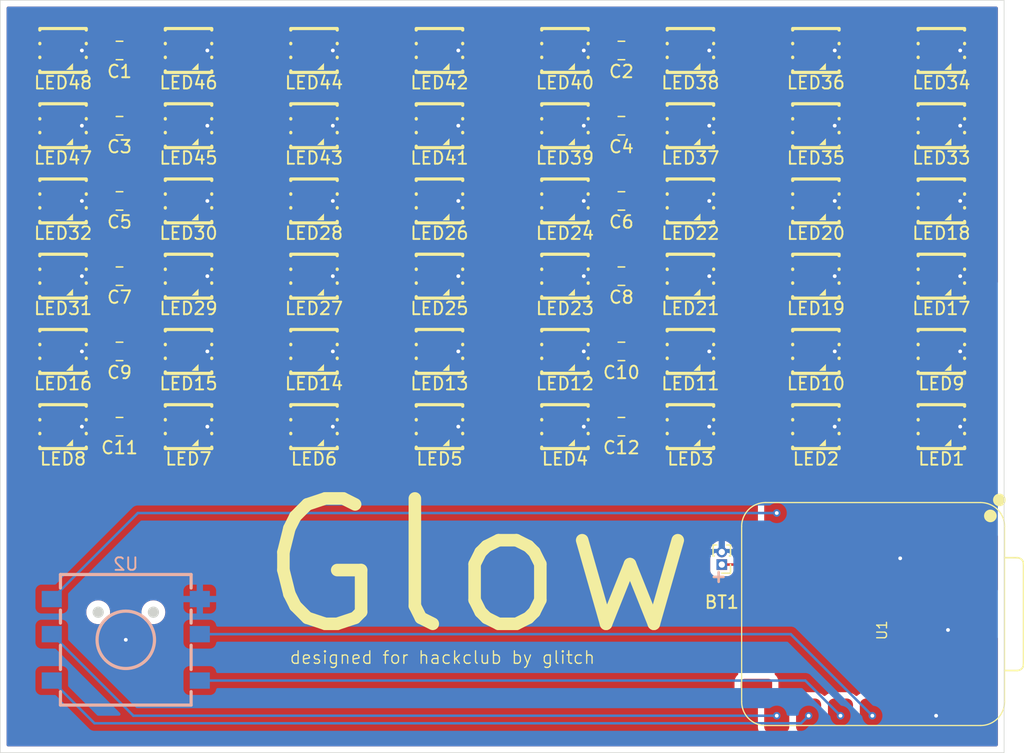
<source format=kicad_pcb>
(kicad_pcb (version 20241229) (generator "pcbnew") (generator_version "9.0")
  (layers (0 "F.Cu" signal) (2 "B.Cu" signal) (13 "F.Paste" user) (15 "B.Paste" user) (5 "F.SilkS" user "F.Silkscreen") (7 "B.SilkS" user "B.Silkscreen") (1 "F.Mask" user) (3 "B.Mask" user) (25 "Edge.Cuts" user))
  (net 0 "")
  (net 1 "GND")
  (net 2 "Net-(BT1-+)")
  (net 3 "+3V3")
  (net 5 "LED1")
  (net 6 "Net-(LED1-DOUT)")
  (net 8 "Net-(LED2-DOUT)")
  (net 10 "Net-(LED3-DOUT)")
  (net 12 "Net-(LED4-DOUT)")
  (net 13 "Net-(LED5-DOUT)")
  (net 15 "Net-(LED6-DOUT)")
  (net 17 "Net-(LED7-DOUT)")
  (net 21 "Net-(LED10-DIN)")
  (net 22 "LED2")
  (net 24 "Net-(LED10-DOUT)")
  (net 27 "Net-(LED11-DOUT)")
  (net 28 "Net-(LED12-DOUT)")
  (net 31 "Net-(LED13-DOUT)")
  (net 32 "Net-(LED14-DOUT)")
  (net 34 "Net-(LED15-DOUT)")
  (net 39 "Net-(LED17-DOUT)")
  (net 40 "LED3")
  (net 41 "Net-(LED18-DOUT)")
  (net 42 "LED4")
  (net 45 "Net-(LED19-DOUT)")
  (net 47 "Net-(LED20-DOUT)")
  (net 48 "Net-(LED21-DOUT)")
  (net 51 "Net-(LED22-DOUT)")
  (net 53 "Net-(LED23-DOUT)")
  (net 55 "Net-(LED24-DOUT)")
  (net 57 "Net-(LED25-DOUT)")
  (net 59 "Net-(LED26-DOUT)")
  (net 60 "Net-(LED27-DOUT)")
  (net 62 "Net-(LED28-DOUT)")
  (net 64 "Net-(LED29-DOUT)")
  (net 66 "Net-(LED30-DOUT)")
  (net 72 "LED5")
  (net 73 "Net-(LED33-DOUT)")
  (net 75 "LED6")
  (net 76 "Net-(LED34-DOUT)")
  (net 78 "Net-(LED35-DOUT)")
  (net 80 "Net-(LED36-DOUT)")
  (net 83 "Net-(LED37-DOUT)")
  (net 85 "Net-(LED38-DOUT)")
  (net 86 "Net-(LED39-DOUT)")
  (net 88 "Net-(LED40-DOUT)")
  (net 91 "Net-(LED41-DOUT)")
  (net 93 "Net-(LED42-DOUT)")
  (net 94 "Net-(LED43-DOUT)")
  (net 97 "Net-(LED44-DOUT)")
  (net 98 "Net-(LED45-DOUT)")
  (net 100 "Net-(LED46-DOUT)")
  (net 106 "Net-(U1-P1.11_D6_TX)")
  (net 107 "Net-(U1-P1.14_D9_MISO)")
  (net 108 "Net-(U1-P1.12_D7_RX)")
  (net 110 "Net-(U1-P1.13_D8_SCK)")
  (net 112 "Net-(U1-P1.15_D10_MOSI)")
  (footprint "Connector_PinHeader_1.00mm:PinHeader_1x02_P1.00mm_Vertical" (layer "F.Cu") (at 107.5 95 180)
    (property "Reference" "BT1")
    (property "Value" "Battery_Cell")
  )
  (footprint "Capacitor_SMD:C_0805_2012Metric_Pad1.18x1.45mm_HandSolder" (layer "F.Cu") (at 99.5 78 180)
    (property "Reference" "C10")
    (property "Value" "C")
  )
  (footprint "Capacitor_SMD:C_0805_2012Metric_Pad1.18x1.45mm_HandSolder" (layer "F.Cu") (at 59.5 78 180)
    (property "Reference" "C9")
    (property "Value" "C")
  )
  (footprint "Capacitor_SMD:C_0805_2012Metric_Pad1.18x1.45mm_HandSolder" (layer "F.Cu") (at 59.5 72 180)
    (property "Reference" "C7")
    (property "Value" "C")
  )
  (footprint "RGBW:LED-ARRAY-SMD_6P-L3.7-W3.5-TL_SK6812MINIRGBW-XW-P6-A-000" (layer "F.Cu") (at 55 66 180)
    (property "Reference" "LED32")
    (property "Value" "~")
  )
  (footprint "RGBW:LED-ARRAY-SMD_6P-L3.7-W3.5-TL_SK6812MINIRGBW-XW-P6-A-000" (layer "F.Cu") (at 115 54 180)
    (property "Reference" "LED36")
    (property "Value" "~")
  )
  (footprint "RGBW:LED-ARRAY-SMD_6P-L3.7-W3.5-TL_SK6812MINIRGBW-XW-P6-A-000" (layer "F.Cu") (at 65 60 180)
    (property "Reference" "LED45")
    (property "Value" "~")
  )
  (footprint "RGBW:LED-ARRAY-SMD_6P-L3.7-W3.5-TL_SK6812MINIRGBW-XW-P6-A-000" (layer "F.Cu") (at 75 60 180)
    (property "Reference" "LED43")
    (property "Value" "~")
  )
  (footprint "Capacitor_SMD:C_0805_2012Metric_Pad1.18x1.45mm_HandSolder" (layer "F.Cu") (at 59.5 84 180)
    (property "Reference" "C11")
    (property "Value" "C")
  )
  (footprint "RGBW:LED-ARRAY-SMD_6P-L3.7-W3.5-TL_SK6812MINIRGBW-XW-P6-A-000" (layer "F.Cu") (at 125 72 180)
    (property "Reference" "LED17")
    (property "Value" "~")
  )
  (footprint "RGBW:LED-ARRAY-SMD_6P-L3.7-W3.5-TL_SK6812MINIRGBW-XW-P6-A-000" (layer "F.Cu") (at 55 54 180)
    (property "Reference" "LED48")
    (property "Value" "~")
  )
  (footprint "RGBW:LED-ARRAY-SMD_6P-L3.7-W3.5-TL_SK6812MINIRGBW-XW-P6-A-000" (layer "F.Cu") (at 75 72 180)
    (property "Reference" "LED27")
    (property "Value" "~")
  )
  (footprint "RGBW:LED-ARRAY-SMD_6P-L3.7-W3.5-TL_SK6812MINIRGBW-XW-P6-A-000" (layer "F.Cu") (at 85 72 180)
    (property "Reference" "LED25")
    (property "Value" "~")
  )
  (footprint "Capacitor_SMD:C_0805_2012Metric_Pad1.18x1.45mm_HandSolder" (layer "F.Cu") (at 59.5 66 180)
    (property "Reference" "C5")
    (property "Value" "C")
  )
  (footprint "RGBW:LED-ARRAY-SMD_6P-L3.7-W3.5-TL_SK6812MINIRGBW-XW-P6-A-000" (layer "F.Cu") (at 115 60 180)
    (property "Reference" "LED35")
    (property "Value" "~")
  )
  (footprint "Seeed Studio XIAO Series Library:XIAO-nRF52840-SMD" (layer "F.Cu") (at 119.5 99 -90)
    (property "Reference" "U1")
    (property "Value" "XIAO-nRF52840-SMD")
  )
  (footprint "Capacitor_SMD:C_0805_2012Metric_Pad1.18x1.45mm_HandSolder" (layer "F.Cu") (at 99.5 60 180)
    (property "Reference" "C4")
    (property "Value" "C")
  )
  (footprint "RGBW:LED-ARRAY-SMD_6P-L3.7-W3.5-TL_SK6812MINIRGBW-XW-P6-A-000" (layer "F.Cu") (at 125 60 180)
    (property "Reference" "LED33")
    (property "Value" "~")
  )
  (footprint "Capacitor_SMD:C_0805_2012Metric_Pad1.18x1.45mm_HandSolder" (layer "F.Cu") (at 99.5 72 180)
    (property "Reference" "C8")
    (property "Value" "C")
  )
  (footprint "Capacitor_SMD:C_0805_2012Metric_Pad1.18x1.45mm_HandSolder" (layer "F.Cu") (at 59.5 60 180)
    (property "Reference" "C3")
    (property "Value" "C")
  )
  (footprint "RGBW:LED-ARRAY-SMD_6P-L3.7-W3.5-TL_SK6812MINIRGBW-XW-P6-A-000" (layer "F.Cu") (at 85 60 180)
    (property "Reference" "LED41")
    (property "Value" "~")
  )
  (footprint "RGBW:LED-ARRAY-SMD_6P-L3.7-W3.5-TL_SK6812MINIRGBW-XW-P6-A-000" (layer "F.Cu") (at 75 66 180)
    (property "Reference" "LED28")
    (property "Value" "~")
  )
  (footprint "RGBW:LED-ARRAY-SMD_6P-L3.7-W3.5-TL_SK6812MINIRGBW-XW-P6-A-000" (layer "F.Cu") (at 105 54 180)
    (property "Reference" "LED38")
    (property "Value" "~")
  )
  (footprint "RGBW:LED-ARRAY-SMD_6P-L3.7-W3.5-TL_SK6812MINIRGBW-XW-P6-A-000" (layer "F.Cu") (at 95 72 180)
    (property "Reference" "LED23")
    (property "Value" "~")
  )
  (footprint "RGBW:LED-ARRAY-SMD_6P-L3.7-W3.5-TL_SK6812MINIRGBW-XW-P6-A-000" (layer "F.Cu") (at 95 54 180)
    (property "Reference" "LED40")
    (property "Value" "~")
  )
  (footprint "RGBW:LED-ARRAY-SMD_6P-L3.7-W3.5-TL_SK6812MINIRGBW-XW-P6-A-000" (layer "F.Cu") (at 95 66 180)
    (property "Reference" "LED24")
    (property "Value" "~")
  )
  (footprint "RGBW:LED-ARRAY-SMD_6P-L3.7-W3.5-TL_SK6812MINIRGBW-XW-P6-A-000" (layer "F.Cu") (at 95 84 180)
    (property "Reference" "LED4")
    (property "Value" "~")
  )
  (footprint "RGBW:LED-ARRAY-SMD_6P-L3.7-W3.5-TL_SK6812MINIRGBW-XW-P6-A-000" (layer "F.Cu") (at 125 54 180)
    (property "Reference" "LED34")
    (property "Value" "~")
  )
  (footprint "RGBW:LED-ARRAY-SMD_6P-L3.7-W3.5-TL_SK6812MINIRGBW-XW-P6-A-000" (layer "F.Cu") (at 75 84 180)
    (property "Reference" "LED6")
    (property "Value" "~")
  )
  (footprint "RGBW:LED-ARRAY-SMD_6P-L3.7-W3.5-TL_SK6812MINIRGBW-XW-P6-A-000" (layer "F.Cu") (at 125 66 180)
    (property "Reference" "LED18")
    (property "Value" "~")
  )
  (footprint "RGBW:LED-ARRAY-SMD_6P-L3.7-W3.5-TL_SK6812MINIRGBW-XW-P6-A-000" (layer "F.Cu") (at 65 72 180)
    (property "Reference" "LED29")
    (property "Value" "~")
  )
  (footprint "RGBW:LED-ARRAY-SMD_6P-L3.7-W3.5-TL_SK6812MINIRGBW-XW-P6-A-000" (layer "F.Cu") (at 115 66 180)
    (property "Reference" "LED20")
    (property "Value" "~")
  )
  (footprint "RGBW:LED-ARRAY-SMD_6P-L3.7-W3.5-TL_SK6812MINIRGBW-XW-P6-A-000" (layer "F.Cu") (at 115 84 180)
    (property "Reference" "LED2")
    (property "Value" "~")
  )
  (footprint "RGBW:LED-ARRAY-SMD_6P-L3.7-W3.5-TL_SK6812MINIRGBW-XW-P6-A-000" (layer "F.Cu") (at 105 72 180)
    (property "Reference" "LED21")
    (property "Value" "~")
  )
  (footprint "Capacitor_SMD:C_0805_2012Metric_Pad1.18x1.45mm_HandSolder" (layer "F.Cu") (at 99.5 54 180)
    (property "Reference" "C2")
    (property "Value" "C")
  )
  (footprint "Capacitor_SMD:C_0805_2012Metric_Pad1.18x1.45mm_HandSolder" (layer "F.Cu") (at 99.5 66 180)
    (property "Reference" "C6")
    (property "Value" "C")
  )
  (footprint "RGBW:LED-ARRAY-SMD_6P-L3.7-W3.5-TL_SK6812MINIRGBW-XW-P6-A-000" (layer "F.Cu") (at 65 66 180)
    (property "Reference" "LED30")
    (property "Value" "~")
  )
  (footprint "RGBW:LED-ARRAY-SMD_6P-L3.7-W3.5-TL_SK6812MINIRGBW-XW-P6-A-000" (layer "F.Cu") (at 105 60 180)
    (property "Reference" "LED37")
    (property "Value" "~")
  )
  (footprint "RGBW:LED-ARRAY-SMD_6P-L3.7-W3.5-TL_SK6812MINIRGBW-XW-P6-A-000" (layer "F.Cu") (at 55 84 180)
    (property "Reference" "LED8")
    (property "Value" "~")
  )
  (footprint "RGBW:LED-ARRAY-SMD_6P-L3.7-W3.5-TL_SK6812MINIRGBW-XW-P6-A-000" (layer "F.Cu") (at 115 72 180)
    (property "Reference" "LED19")
    (property "Value" "~")
  )
  (footprint "RGBW:LED-ARRAY-SMD_6P-L3.7-W3.5-TL_SK6812MINIRGBW-XW-P6-A-000" (layer "F.Cu") (at 75 78 180)
    (property "Reference" "LED14")
    (property "Value" "~")
  )
  (footprint "RGBW:LED-ARRAY-SMD_6P-L3.7-W3.5-TL_SK6812MINIRGBW-XW-P6-A-000" (layer "F.Cu") (at 55 60 180)
    (property "Reference" "LED47")
    (property "Value" "~")
  )
  (footprint "RGBW:LED-ARRAY-SMD_6P-L3.7-W3.5-TL_SK6812MINIRGBW-XW-P6-A-000" (layer "F.Cu") (at 55 78 180)
    (property "Reference" "LED16")
    (property "Value" "~")
  )
  (footprint "RGBW:LED-ARRAY-SMD_6P-L3.7-W3.5-TL_SK6812MINIRGBW-XW-P6-A-000" (layer "F.Cu") (at 85 84 180)
    (property "Reference" "LED5")
    (property "Value" "~")
  )
  (footprint "RGBW:LED-ARRAY-SMD_6P-L3.7-W3.5-TL_SK6812MINIRGBW-XW-P6-A-000" (layer "F.Cu") (at 105 78 180)
    (property "Reference" "LED11")
    (property "Value" "~")
  )
  (footprint "RGBW:LED-ARRAY-SMD_6P-L3.7-W3.5-TL_SK6812MINIRGBW-XW-P6-A-000" (layer "F.Cu") (at 65 84 180)
    (property "Reference" "LED7")
    (property "Value" "~")
  )
  (footprint "RGBW:LED-ARRAY-SMD_6P-L3.7-W3.5-TL_SK6812MINIRGBW-XW-P6-A-000" (layer "F.Cu") (at 85 78 180)
    (property "Reference" "LED13")
    (property "Value" "~")
  )
  (footprint "RGBW:LED-ARRAY-SMD_6P-L3.7-W3.5-TL_SK6812MINIRGBW-XW-P6-A-000" (layer "F.Cu") (at 105 66 180)
    (property "Reference" "LED22")
    (property "Value" "~")
  )
  (footprint "RGBW:LED-ARRAY-SMD_6P-L3.7-W3.5-TL_SK6812MINIRGBW-XW-P6-A-000" (layer "F.Cu") (at 125 78 180)
    (property "Reference" "LED9")
    (property "Value" "~")
  )
  (footprint "RGBW:LED-ARRAY-SMD_6P-L3.7-W3.5-TL_SK6812MINIRGBW-XW-P6-A-000" (layer "F.Cu") (at 75 54 180)
    (property "Reference" "LED44")
    (property "Value" "~")
  )
  (footprint "RGBW:LED-ARRAY-SMD_6P-L3.7-W3.5-TL_SK6812MINIRGBW-XW-P6-A-000" (layer "F.Cu") (at 65 54 180)
    (property "Reference" "LED46")
    (property "Value" "~")
  )
  (footprint "RGBW:LED-ARRAY-SMD_6P-L3.7-W3.5-TL_SK6812MINIRGBW-XW-P6-A-000" (layer "F.Cu") (at 105 84 180)
    (property "Reference" "LED3")
    (property "Value" "~")
  )
  (footprint "RGBW:LED-ARRAY-SMD_6P-L3.7-W3.5-TL_SK6812MINIRGBW-XW-P6-A-000" (layer "F.Cu") (at 95 60 180)
    (property "Reference" "LED39")
    (property "Value" "~")
  )
  (footprint "RGBW:LED-ARRAY-SMD_6P-L3.7-W3.5-TL_SK6812MINIRGBW-XW-P6-A-000" (layer "F.Cu") (at 115 78 180)
    (property "Reference" "LED10")
    (property "Value" "~")
  )
  (footprint "Capacitor_SMD:C_0805_2012Metric_Pad1.18x1.45mm_HandSolder" (layer "F.Cu") (at 59.5 54 180)
    (property "Reference" "C1")
    (property "Value" "C")
  )
  (footprint "Capacitor_SMD:C_0805_2012Metric_Pad1.18x1.45mm_HandSolder" (layer "F.Cu") (at 99.5 84 180)
    (property "Reference" "C12")
    (property "Value" "C")
  )
  (footprint "RGBW:LED-ARRAY-SMD_6P-L3.7-W3.5-TL_SK6812MINIRGBW-XW-P6-A-000" (layer "F.Cu") (at 125 84 180)
    (property "Reference" "LED1")
    (property "Value" "~")
  )
  (footprint "RGBW:LED-ARRAY-SMD_6P-L3.7-W3.5-TL_SK6812MINIRGBW-XW-P6-A-000" (layer "F.Cu") (at 85 66 180)
    (property "Reference" "LED26")
    (property "Value" "~")
  )
  (footprint "RGBW:LED-ARRAY-SMD_6P-L3.7-W3.5-TL_SK6812MINIRGBW-XW-P6-A-000" (layer "F.Cu") (at 95 78 180)
    (property "Reference" "LED12")
    (property "Value" "~")
  )
  (footprint "RGBW:LED-ARRAY-SMD_6P-L3.7-W3.5-TL_SK6812MINIRGBW-XW-P6-A-000" (layer "F.Cu") (at 65 78 180)
    (property "Reference" "LED15")
    (property "Value" "~")
  )
  (footprint "RGBW:LED-ARRAY-SMD_6P-L3.7-W3.5-TL_SK6812MINIRGBW-XW-P6-A-000" (layer "F.Cu") (at 85 54 180)
    (property "Reference" "LED42")
    (property "Value" "~")
  )
  (footprint "RGBW:LED-ARRAY-SMD_6P-L3.7-W3.5-TL_SK6812MINIRGBW-XW-P6-A-000" (layer "F.Cu") (at 55 72 180)
    (property "Reference" "LED31")
    (property "Value" "~")
  )
  (footprint "4way:SW-SMD_WS-1001-ACW09026" (layer "B.Cu") (at 60 101 180)
    (property "Reference" "U2")
    (property "Value" "~")
    (fp_poly (pts (xy 2.64615 2.258737) (xy 2.615746 2.372208) (xy 2.557009 2.473943) (xy 2.473943 2.557009) (xy 2.372208 2.615746) (xy 2.258737 2.64615) (xy 2.141263 2.64615) (xy 2.027792 2.615746) (xy 1.926057 2.557009) (xy 1.842991 2.473943) (xy 1.784254 2.372208) (xy 1.75385 2.258737) (xy 1.75385 2.141263) (xy 1.784254 2.027792) (xy 1.842991 1.926057) (xy 1.926057 1.842991) (xy 2.027792 1.784254) (xy 2.141263 1.75385) (xy 2.258737 1.75385) (xy 2.372208 1.784254) (xy 2.473943 1.842991) (xy 2.557009 1.926057) (xy 2.615746 2.027792) (xy 2.64615 2.141263)) (fill yes) (layer "Edge.Cuts"))
    (fp_poly (pts (xy -1.75385 2.258737) (xy -1.784254 2.372208) (xy -1.842991 2.473943) (xy -1.926057 2.557009) (xy -2.027792 2.615746) (xy -2.141263 2.64615) (xy -2.258737 2.64615) (xy -2.372208 2.615746) (xy -2.473943 2.557009) (xy -2.557009 2.473943) (xy -2.615746 2.372208) (xy -2.64615 2.258737) (xy -2.64615 2.141263) (xy -2.615746 2.027792) (xy -2.557009 1.926057) (xy -2.473943 1.842991) (xy -2.372208 1.784254) (xy -2.258737 1.75385) (xy -2.141263 1.75385) (xy -2.027792 1.784254) (xy -1.926057 1.842991) (xy -1.842991 1.926057) (xy -1.784254 2.027792) (xy -1.75385 2.141263)) (fill yes) (layer "Edge.Cuts"))
  )
  (gr_rect (start 50 50) (end 130 110) (stroke (width 0.05)) (fill no) (layer "Edge.Cuts"))
  (gr_text "+" (at 106.5 96.5 0) (layer "F.SilkS") (effects (font (size 1 1) (thickness 0.2) (bold yes)) (justify left bottom)))
  (gr_text "designed for hackclub by glitch" (at 73 103 0) (layer "F.SilkS") (effects (font (size 1 1) (thickness 0.1)) (justify left bottom)))
  (gr_text "Glow" (at 70 101 0) (layer "F.SilkS") (effects (font (size 10 10) (thickness 1)) (justify left bottom)))
  (gr_text "+" (at 106.5 96.5 0) (layer "B.SilkS") (effects (font (size 1 1) (thickness 0.2) (bold yes)) (justify left bottom)))
  (segment (start 58.4625 60) (end 56.5 60) (width 0.2) (layer "F.Cu") (net 1))
  (segment (start 98.4625 78) (end 96.5 78) (width 0.2) (layer "F.Cu") (net 1))
  (segment (start 98.4625 66) (end 96.5 66) (width 0.2) (layer "F.Cu") (net 1))
  (segment (start 98.4625 54) (end 96.5 54) (width 0.2) (layer "F.Cu") (net 1))
  (segment (start 98.4625 60) (end 96.5 60) (width 0.2) (layer "F.Cu") (net 1))
  (segment (start 58.4625 84) (end 56.5 84) (width 0.2) (layer "F.Cu") (net 1))
  (segment (start 58.4625 72) (end 56.5 72) (width 0.2) (layer "F.Cu") (net 1))
  (segment (start 98.4625 72) (end 96.5 72) (width 0.2) (layer "F.Cu") (net 1))
  (segment (start 58.4625 78) (end 56.5 78) (width 0.2) (layer "F.Cu") (net 1))
  (segment (start 58.4625 66) (end 56.5 66) (width 0.2) (layer "F.Cu") (net 1))
  (segment (start 58.4625 54) (end 56.5 54) (width 0.2) (layer "F.Cu") (net 1))
  (segment (start 98.4625 84) (end 96.5 84) (width 0.2) (layer "F.Cu") (net 1))
  (via (at 116.5 84) (size 0.6) (drill 0.3) (layers "F.Cu" "B.Cu") (net 1))
  (via (at 106.5 54) (size 0.6) (drill 0.3) (layers "F.Cu" "B.Cu") (net 1))
  (via (at 56.5 72) (size 0.6) (drill 0.3) (layers "F.Cu" "B.Cu") (net 1))
  (via (at 86.5 72) (size 0.6) (drill 0.3) (layers "F.Cu" "B.Cu") (net 1))
  (via (at 86.5 78) (size 0.6) (drill 0.3) (layers "F.Cu" "B.Cu") (net 1))
  (via (at 116.5 72) (size 0.6) (drill 0.3) (layers "F.Cu" "B.Cu") (net 1))
  (via (at 76.5 54) (size 0.6) (drill 0.3) (layers "F.Cu" "B.Cu") (net 1))
  (via (at 76.5 72) (size 0.6) (drill 0.3) (layers "F.Cu" "B.Cu") (net 1))
  (via (at 66.5 54) (size 0.6) (drill 0.3) (layers "F.Cu" "B.Cu") (net 1))
  (via (at 126.5 78) (size 0.6) (drill 0.3) (layers "F.Cu" "B.Cu") (net 1))
  (via (at 56.5 54) (size 0.6) (drill 0.3) (layers "F.Cu" "B.Cu") (net 1))
  (via (at 106.5 72) (size 0.6) (drill 0.3) (layers "F.Cu" "B.Cu") (net 1))
  (via (at 66.5 66) (size 0.6) (drill 0.3) (layers "F.Cu" "B.Cu") (net 1))
  (via (at 86.5 84) (size 0.6) (drill 0.3) (layers "F.Cu" "B.Cu") (net 1))
  (via (at 96.5 84) (size 0.6) (drill 0.3) (layers "F.Cu" "B.Cu") (net 1))
  (via (at 106.5 78) (size 0.6) (drill 0.3) (layers "F.Cu" "B.Cu") (net 1))
  (via (at 116.5 78) (size 0.6) (drill 0.3) (layers "F.Cu" "B.Cu") (net 1))
  (via (at 106.5 60) (size 0.6) (drill 0.3) (layers "F.Cu" "B.Cu") (net 1))
  (via (at 116.5 60) (size 0.6) (drill 0.3) (layers "F.Cu" "B.Cu") (net 1))
  (via (at 96.5 66) (size 0.6) (drill 0.3) (layers "F.Cu" "B.Cu") (net 1))
  (via (at 76.5 78) (size 0.6) (drill 0.3) (layers "F.Cu" "B.Cu") (net 1))
  (via (at 126.5 72) (size 0.6) (drill 0.3) (layers "F.Cu" "B.Cu") (net 1))
  (via (at 76.5 84) (size 0.6) (drill 0.3) (layers "F.Cu" "B.Cu") (net 1))
  (via (at 126.5 84) (size 0.6) (drill 0.3) (layers "F.Cu" "B.Cu") (net 1))
  (via (at 60 101) (size 0.6) (drill 0.3) (layers "F.Cu" "B.Cu") (net 1))
  (via (at 126.5 54) (size 0.6) (drill 0.3) (layers "F.Cu" "B.Cu") (net 1))
  (via (at 125.5285 100.215) (size 0.6) (drill 0.3) (layers "F.Cu" "B.Cu") (net 1))
  (via (at 106.5 66) (size 0.6) (drill 0.3) (layers "F.Cu" "B.Cu") (net 1))
  (via (at 126.5 66) (size 0.6) (drill 0.3) (layers "F.Cu" "B.Cu") (net 1))
  (via (at 96.5 78) (size 0.6) (drill 0.3) (layers "F.Cu" "B.Cu") (net 1))
  (via (at 66.5 78) (size 0.6) (drill 0.3) (layers "F.Cu" "B.Cu") (net 1))
  (via (at 56.5 84) (size 0.6) (drill 0.3) (layers "F.Cu" "B.Cu") (net 1))
  (via (at 56.5 60) (size 0.6) (drill 0.3) (layers "F.Cu" "B.Cu") (net 1))
  (via (at 106.5 84) (size 0.6) (drill 0.3) (layers "F.Cu" "B.Cu") (net 1))
  (via (at 86.5 60) (size 0.6) (drill 0.3) (layers "F.Cu" "B.Cu") (net 1))
  (via (at 56.5 66) (size 0.6) (drill 0.3) (layers "F.Cu" "B.Cu") (net 1))
  (via (at 96.5 72) (size 0.6) (drill 0.3) (layers "F.Cu" "B.Cu") (net 1))
  (via (at 121.7185 94.5) (size 0.6) (drill 0.3) (layers "F.Cu" "B.Cu") (net 1))
  (via (at 116.5 54) (size 0.6) (drill 0.3) (layers "F.Cu" "B.Cu") (net 1))
  (via (at 96.5 60) (size 0.6) (drill 0.3) (layers "F.Cu" "B.Cu") (net 1))
  (via (at 66.5 84) (size 0.6) (drill 0.3) (layers "F.Cu" "B.Cu") (net 1))
  (via (at 66.5 72) (size 0.6) (drill 0.3) (layers "F.Cu" "B.Cu") (net 1))
  (via (at 116.5 66) (size 0.6) (drill 0.3) (layers "F.Cu" "B.Cu") (net 1))
  (via (at 66.5 60) (size 0.6) (drill 0.3) (layers "F.Cu" "B.Cu") (net 1))
  (via (at 86.5 54) (size 0.6) (drill 0.3) (layers "F.Cu" "B.Cu") (net 1))
  (via (at 76.5 60) (size 0.6) (drill 0.3) (layers "F.Cu" "B.Cu") (net 1))
  (via (at 124.58 107.055) (size 0.6) (drill 0.3) (layers "F.Cu" "B.Cu") (net 1))
  (via (at 126.5 60) (size 0.6) (drill 0.3) (layers "F.Cu" "B.Cu") (net 1))
  (via (at 86.5 66) (size 0.6) (drill 0.3) (layers "F.Cu" "B.Cu") (net 1))
  (via (at 76.5 66) (size 0.6) (drill 0.3) (layers "F.Cu" "B.Cu") (net 1))
  (via (at 56.5 78) (size 0.6) (drill 0.3) (layers "F.Cu" "B.Cu") (net 1))
  (via (at 96.5 54) (size 0.6) (drill 0.3) (layers "F.Cu" "B.Cu") (net 1))
  (segment (start 119.8135 94.5) (end 119.3135 95) (width 0.2) (layer "F.Cu") (net 2))
  (segment (start 119.3135 95) (end 107.5 95) (width 0.2) (layer "F.Cu") (net 2))
  (segment (start 122.04 107.055) (end 122.04 105.96) (width 0.2) (layer "F.Cu") (net 3))
  (segment (start 122.04 107.055) (end 122.04 107.96) (width 0.2) (layer "F.Cu") (net 3))
  (segment (start 122.04 106.04) (end 121 105) (width 0.5) (layer "F.Cu") (net 3))
  (segment (start 122.04 108.04) (end 123 109) (width 0.5) (layer "F.Cu") (net 3))
  (segment (start 122.04 105.96) (end 123 105) (width 0.5) (layer "F.Cu") (net 3))
  (segment (start 122.04 107.96) (end 121 109) (width 0.5) (layer "F.Cu") (net 3))
  (segment (start 122.04 107.055) (end 122.04 108.04) (width 0.2) (layer "F.Cu") (net 3))
  (segment (start 126.8 82.9) (end 126.5 82.9) (width 0.2) (layer "F.Cu") (net 5))
  (segment (start 127.401 83.501) (end 126.8 82.9) (width 0.2) (layer "F.Cu") (net 5))
  (segment (start 127.401 90.609) (end 127.12 90.89) (width 0.2) (layer "F.Cu") (net 5))
  (segment (start 127.401 83.501) (end 127.401 90.609) (width 0.2) (layer "F.Cu") (net 5))
  (segment (start 122.1 82.9) (end 116.5 82.9) (width 0.2) (layer "F.Cu") (net 6))
  (segment (start 123.2 84) (end 122.1 82.9) (width 0.2) (layer "F.Cu") (net 6))
  (segment (start 123.5 84) (end 123.2 84) (width 0.2) (layer "F.Cu") (net 6))
  (segment (start 112.1 82.9) (end 106.5 82.9) (width 0.2) (layer "F.Cu") (net 8))
  (segment (start 113.5 84) (end 113.2 84) (width 0.2) (layer "F.Cu") (net 8))
  (segment (start 113.2 84) (end 112.1 82.9) (width 0.2) (layer "F.Cu") (net 8))
  (segment (start 103.2 84) (end 102.1 82.9) (width 0.2) (layer "F.Cu") (net 10))
  (segment (start 102.1 82.9) (end 96.5 82.9) (width 0.2) (layer "F.Cu") (net 10))
  (segment (start 103.5 84) (end 103.2 84) (width 0.2) (layer "F.Cu") (net 10))
  (segment (start 92.1 82.9) (end 86.5 82.9) (width 0.2) (layer "F.Cu") (net 12))
  (segment (start 93.2 84) (end 92.1 82.9) (width 0.2) (layer "F.Cu") (net 12))
  (segment (start 93.5 84) (end 93.2 84) (width 0.2) (layer "F.Cu") (net 12))
  (segment (start 83.5 84) (end 83.2 84) (width 0.2) (layer "F.Cu") (net 13))
  (segment (start 83.2 84) (end 82.1 82.9) (width 0.2) (layer "F.Cu") (net 13))
  (segment (start 82.1 82.9) (end 76.5 82.9) (width 0.2) (layer "F.Cu") (net 13))
  (segment (start 72.1 82.9) (end 66.5 82.9) (width 0.2) (layer "F.Cu") (net 15))
  (segment (start 73.2 84) (end 72.1 82.9) (width 0.2) (layer "F.Cu") (net 15))
  (segment (start 73.5 84) (end 73.2 84) (width 0.2) (layer "F.Cu") (net 15))
  (segment (start 62.1 82.9) (end 56.5 82.9) (width 0.2) (layer "F.Cu") (net 17))
  (segment (start 63.5 84) (end 63.2 84) (width 0.2) (layer "F.Cu") (net 17))
  (segment (start 63.2 84) (end 62.1 82.9) (width 0.2) (layer "F.Cu") (net 17))
  (segment (start 122.1 76.9) (end 116.5 76.9) (width 0.2) (layer "F.Cu") (net 21))
  (segment (start 123.2 78) (end 122.1 76.9) (width 0.2) (layer "F.Cu") (net 21))
  (segment (start 123.5 78) (end 123.2 78) (width 0.2) (layer "F.Cu") (net 21))
  (segment (start 126.902 76.9) (end 126.5 76.9) (width 0.2) (layer "F.Cu") (net 22))
  (segment (start 127.959058 92.566) (end 128.421 92.104058) (width 0.2) (layer "F.Cu") (net 22))
  (segment (start 126.2 76.9) (end 126.5 76.9) (width 0.2) (layer "F.Cu") (net 22))
  (segment (start 126.256 92.566) (end 127.959058 92.566) (width 0.2) (layer "F.Cu") (net 22))
  (segment (start 128.421 92.104058) (end 128.421 78.419) (width 0.2) (layer "F.Cu") (net 22))
  (segment (start 128.421 78.419) (end 126.902 76.9) (width 0.2) (layer "F.Cu") (net 22))
  (segment (start 124.58 90.89) (end 126.256 92.566) (width 0.2) (layer "F.Cu") (net 22))
  (segment (start 112.1 76.9) (end 106.5 76.9) (width 0.2) (layer "F.Cu") (net 24))
  (segment (start 113.5 78) (end 113.2 78) (width 0.2) (layer "F.Cu") (net 24))
  (segment (start 113.2 78) (end 112.1 76.9) (width 0.2) (layer "F.Cu") (net 24))
  (segment (start 102.1 76.9) (end 96.5 76.9) (width 0.2) (layer "F.Cu") (net 27))
  (segment (start 103.2 78) (end 102.1 76.9) (width 0.2) (layer "F.Cu") (net 27))
  (segment (start 103.5 78) (end 103.2 78) (width 0.2) (layer "F.Cu") (net 27))
  (segment (start 93.2 78) (end 92.1 76.9) (width 0.2) (layer "F.Cu") (net 28))
  (segment (start 93.5 78) (end 93.2 78) (width 0.2) (layer "F.Cu") (net 28))
  (segment (start 92.1 76.9) (end 86.5 76.9) (width 0.2) (layer "F.Cu") (net 28))
  (segment (start 82.1 76.9) (end 76.5 76.9) (width 0.2) (layer "F.Cu") (net 31))
  (segment (start 83.5 78) (end 83.2 78) (width 0.2) (layer "F.Cu") (net 31))
  (segment (start 83.2 78) (end 82.1 76.9) (width 0.2) (layer "F.Cu") (net 31))
  (segment (start 72.1 76.9) (end 66.5 76.9) (width 0.2) (layer "F.Cu") (net 32))
  (segment (start 73.5 78) (end 73.2 78) (width 0.2) (layer "F.Cu") (net 32))
  (segment (start 73.2 78) (end 72.1 76.9) (width 0.2) (layer "F.Cu") (net 32))
  (segment (start 63.2 78) (end 62.1 76.9) (width 0.2) (layer "F.Cu") (net 34))
  (segment (start 63.5 78) (end 63.2 78) (width 0.2) (layer "F.Cu") (net 34))
  (segment (start 62.1 76.9) (end 56.5 76.9) (width 0.2) (layer "F.Cu") (net 34))
  (segment (start 122.1 70.9) (end 116.5 70.9) (width 0.2) (layer "F.Cu") (net 39))
  (segment (start 123.5 72) (end 123.2 72) (width 0.2) (layer "F.Cu") (net 39))
  (segment (start 123.2 72) (end 122.1 70.9) (width 0.2) (layer "F.Cu") (net 39))
  (segment (start 129 92.092158) (end 129 73.1) (width 0.2) (layer "F.Cu") (net 40))
  (segment (start 124.117 92.967) (end 128.125158 92.967) (width 0.2) (layer "F.Cu") (net 40))
  (segment (start 129 73.1) (end 126.8 70.9) (width 0.2) (layer "F.Cu") (net 40))
  (segment (start 126.8 70.9) (end 126.5 70.9) (width 0.2) (layer "F.Cu") (net 40))
  (segment (start 122.04 90.89) (end 124.117 92.967) (width 0.2) (layer "F.Cu") (net 40))
  (segment (start 128.125158 92.967) (end 129 92.092158) (width 0.2) (layer "F.Cu") (net 40))
  (segment (start 123.2 66) (end 122.1 64.9) (width 0.2) (layer "F.Cu") (net 41))
  (segment (start 122.1 64.9) (end 116.5 64.9) (width 0.2) (layer "F.Cu") (net 41))
  (segment (start 123.5 66) (end 123.2 66) (width 0.2) (layer "F.Cu") (net 41))
  (segment (start 119.5 90.89) (end 121.89 88.5) (width 0.2) (layer "F.Cu") (net 42))
  (segment (start 125.599 85.901) (end 125.599 65.399) (width 0.2) (layer "F.Cu") (net 42))
  (segment (start 125.5 86) (end 125.5 87.5) (width 0.2) (layer "F.Cu") (net 42))
  (segment (start 125.599 65.399) (end 126.098 64.9) (width 0.2) (layer "F.Cu") (net 42))
  (segment (start 125.5 87.5) (end 124.5 88.5) (width 0.2) (layer "F.Cu") (net 42))
  (segment (start 121.89 88.5) (end 124.5 88.5) (width 0.2) (layer "F.Cu") (net 42))
  (segment (start 126.098 64.9) (end 126.5 64.9) (width 0.2) (layer "F.Cu") (net 42))
  (segment (start 125.599 85.901) (end 125.5 86) (width 0.2) (layer "F.Cu") (net 42))
  (segment (start 113.2 72) (end 112.1 70.9) (width 0.2) (layer "F.Cu") (net 45))
  (segment (start 112.1 70.9) (end 106.5 70.9) (width 0.2) (layer "F.Cu") (net 45))
  (segment (start 113.5 72) (end 113.2 72) (width 0.2) (layer "F.Cu") (net 45))
  (segment (start 113.5 66) (end 113.2 66) (width 0.2) (layer "F.Cu") (net 47))
  (segment (start 112.1 64.9) (end 106.5 64.9) (width 0.2) (layer "F.Cu") (net 47))
  (segment (start 113.2 66) (end 112.1 64.9) (width 0.2) (layer "F.Cu") (net 47))
  (segment (start 103.5 72) (end 103.2 72) (width 0.2) (layer "F.Cu") (net 48))
  (segment (start 103.2 72) (end 102.1 70.9) (width 0.2) (layer "F.Cu") (net 48))
  (segment (start 102.1 70.9) (end 96.5 70.9) (width 0.2) (layer "F.Cu") (net 48))
  (segment (start 103.5 66) (end 103.2 66) (width 0.2) (layer "F.Cu") (net 51))
  (segment (start 102.1 64.9) (end 96.5 64.9) (width 0.2) (layer "F.Cu") (net 51))
  (segment (start 103.2 66) (end 102.1 64.9) (width 0.2) (layer "F.Cu") (net 51))
  (segment (start 92.1 70.9) (end 86.5 70.9) (width 0.2) (layer "F.Cu") (net 53))
  (segment (start 93.5 72) (end 93.2 72) (width 0.2) (layer "F.Cu") (net 53))
  (segment (start 93.2 72) (end 92.1 70.9) (width 0.2) (layer "F.Cu") (net 53))
  (segment (start 93.5 66) (end 93.2 66) (width 0.2) (layer "F.Cu") (net 55))
  (segment (start 92.1 64.9) (end 86.5 64.9) (width 0.2) (layer "F.Cu") (net 55))
  (segment (start 93.2 66) (end 92.1 64.9) (width 0.2) (layer "F.Cu") (net 55))
  (segment (start 83.2 72) (end 82.1 70.9) (width 0.2) (layer "F.Cu") (net 57))
  (segment (start 83.5 72) (end 83.2 72) (width 0.2) (layer "F.Cu") (net 57))
  (segment (start 82.1 70.9) (end 76.5 70.9) (width 0.2) (layer "F.Cu") (net 57))
  (segment (start 83.2 66) (end 82.1 64.9) (width 0.2) (layer "F.Cu") (net 59))
  (segment (start 82.1 64.9) (end 76.5 64.9) (width 0.2) (layer "F.Cu") (net 59))
  (segment (start 83.5 66) (end 83.2 66) (width 0.2) (layer "F.Cu") (net 59))
  (segment (start 73.5 72.1) (end 73.2 72.1) (width 0.2) (layer "F.Cu") (net 60))
  (segment (start 73.2 72.1) (end 72 70.9) (width 0.2) (layer "F.Cu") (net 60))
  (segment (start 72 70.9) (end 66.5 70.9) (width 0.2) (layer "F.Cu") (net 60))
  (segment (start 72.1 64.9) (end 66.5 64.9) (width 0.2) (layer "F.Cu") (net 62))
  (segment (start 73.2 66) (end 72.1 64.9) (width 0.2) (layer "F.Cu") (net 62))
  (segment (start 73.5 66) (end 73.2 66) (width 0.2) (layer "F.Cu") (net 62))
  (segment (start 63.5 72) (end 63.2 72) (width 0.2) (layer "F.Cu") (net 64))
  (segment (start 63.2 72) (end 62.1 70.9) (width 0.2) (layer "F.Cu") (net 64))
  (segment (start 62.1 70.9) (end 56.5 70.9) (width 0.2) (layer "F.Cu") (net 64))
  (segment (start 63.2 66) (end 62.1 64.9) (width 0.2) (layer "F.Cu") (net 66))
  (segment (start 63.5 66) (end 63.2 66) (width 0.2) (layer "F.Cu") (net 66))
  (segment (start 62.1 64.9) (end 56.5 64.9) (width 0.2) (layer "F.Cu") (net 66))
  (segment (start 125.198 59.902) (end 126.2 58.9) (width 0.2) (layer "F.Cu") (net 72))
  (segment (start 119.85 88) (end 124.4329 88) (width 0.2) (layer "F.Cu") (net 72))
  (segment (start 126.2 58.9) (end 126.5 58.9) (width 0.2) (layer "F.Cu") (net 72))
  (segment (start 125.198 85.5) (end 125.198 59.902) (width 0.2) (layer "F.Cu") (net 72))
  (segment (start 125.099 87.3339) (end 125.099 85.599) (width 0.2) (layer "F.Cu") (net 72))
  (segment (start 124.4329 88) (end 125.099 87.3339) (width 0.2) (layer "F.Cu") (net 72))
  (segment (start 116.96 90.89) (end 119.85 88) (width 0.2) (layer "F.Cu") (net 72))
  (segment (start 125.099 85.599) (end 125.198 85.5) (width 0.2) (layer "F.Cu") (net 72))
  (segment (start 122.1 58.9) (end 116.5 58.9) (width 0.2) (layer "F.Cu") (net 73))
  (segment (start 123.5 60) (end 123.2 60) (width 0.2) (layer "F.Cu") (net 73))
  (segment (start 123.2 60) (end 122.1 58.9) (width 0.2) (layer "F.Cu") (net 73))
  (segment (start 124.698 87.1678) (end 124.2668 87.599) (width 0.2) (layer "F.Cu") (net 75))
  (segment (start 117.711 87.599) (end 114.42 90.89) (width 0.2) (layer "F.Cu") (net 75))
  (segment (start 124.2668 87.599) (end 117.711 87.599) (width 0.2) (layer "F.Cu") (net 75))
  (segment (start 126.098 52.9) (end 124.797 54.201) (width 0.2) (layer "F.Cu") (net 75))
  (segment (start 124.797 54.201) (end 124.797 64.5) (width 0.2) (layer "F.Cu") (net 75))
  (segment (start 126.5 52.9) (end 126.098 52.9) (width 0.2) (layer "F.Cu") (net 75))
  (segment (start 124.797 64.5) (end 124.698 64.599) (width 0.2) (layer "F.Cu") (net 75))
  (segment (start 124.698 64.599) (end 124.698 87.1678) (width 0.2) (layer "F.Cu") (net 75))
  (segment (start 122.1 52.9) (end 116.5 52.9) (width 0.2) (layer "F.Cu") (net 76))
  (segment (start 123.2 54) (end 122.1 52.9) (width 0.2) (layer "F.Cu") (net 76))
  (segment (start 123.5 54) (end 123.2 54) (width 0.2) (layer "F.Cu") (net 76))
  (segment (start 113.5 60) (end 113.2 60) (width 0.2) (layer "F.Cu") (net 78))
  (segment (start 112.1 58.9) (end 106.5 58.9) (width 0.2) (layer "F.Cu") (net 78))
  (segment (start 113.2 60) (end 112.1 58.9) (width 0.2) (layer "F.Cu") (net 78))
  (segment (start 113.2 54) (end 112.1 52.9) (width 0.2) (layer "F.Cu") (net 80))
  (segment (start 112.1 52.9) (end 106.5 52.9) (width 0.2) (layer "F.Cu") (net 80))
  (segment (start 113.5 54) (end 113.2 54) (width 0.2) (layer "F.Cu") (net 80))
  (segment (start 103.5 60.1) (end 103.2 60.1) (width 0.2) (layer "F.Cu") (net 83))
  (segment (start 103.2 60.1) (end 102 58.9) (width 0.2) (layer "F.Cu") (net 83))
  (segment (start 102 58.9) (end 96.5 58.9) (width 0.2) (layer "F.Cu") (net 83))
  (segment (start 103.2 54) (end 102.1 52.9) (width 0.2) (layer "F.Cu") (net 85))
  (segment (start 102.1 52.9) (end 96.5 52.9) (width 0.2) (layer "F.Cu") (net 85))
  (segment (start 103.5 54) (end 103.2 54) (width 0.2) (layer "F.Cu") (net 85))
  (segment (start 92.1 58.9) (end 86.5 58.9) (width 0.2) (layer "F.Cu") (net 86))
  (segment (start 93.5 60) (end 93.2 60) (width 0.2) (layer "F.Cu") (net 86))
  (segment (start 93.2 60) (end 92.1 58.9) (width 0.2) (layer "F.Cu") (net 86))
  (segment (start 93.2 54) (end 92.1 52.9) (width 0.2) (layer "F.Cu") (net 88))
  (segment (start 93.5 54) (end 93.2 54) (width 0.2) (layer "F.Cu") (net 88))
  (segment (start 92.1 52.9) (end 86.5 52.9) (width 0.2) (layer "F.Cu") (net 88))
  (segment (start 82.1 58.9) (end 76.5 58.9) (width 0.2) (layer "F.Cu") (net 91))
  (segment (start 83.2 60) (end 82.1 58.9) (width 0.2) (layer "F.Cu") (net 91))
  (segment (start 83.5 60) (end 83.2 60) (width 0.2) (layer "F.Cu") (net 91))
  (segment (start 83.5 54) (end 83.2 54) (width 0.2) (layer "F.Cu") (net 93))
  (segment (start 82.1 52.9) (end 76.5 52.9) (width 0.2) (layer "F.Cu") (net 93))
  (segment (start 83.2 54) (end 82.1 52.9) (width 0.2) (layer "F.Cu") (net 93))
  (segment (start 73.5 60) (end 73.2 60) (width 0.2) (layer "F.Cu") (net 94))
  (segment (start 72.1 58.9) (end 66.5 58.9) (width 0.2) (layer "F.Cu") (net 94))
  (segment (start 73.2 60) (end 72.1 58.9) (width 0.2) (layer "F.Cu") (net 94))
  (segment (start 72.1 52.9) (end 66.5 52.9) (width 0.2) (layer "F.Cu") (net 97))
  (segment (start 73.5 54) (end 73.2 54) (width 0.2) (layer "F.Cu") (net 97))
  (segment (start 73.2 54) (end 72.1 52.9) (width 0.2) (layer "F.Cu") (net 97))
  (segment (start 62.1 58.9) (end 56.5 58.9) (width 0.2) (layer "F.Cu") (net 98))
  (segment (start 63.2 60) (end 62.1 58.9) (width 0.2) (layer "F.Cu") (net 98))
  (segment (start 63.5 60) (end 63.2 60) (width 0.2) (layer "F.Cu") (net 98))
  (segment (start 62.1 52.9) (end 56.5 52.9) (width 0.2) (layer "F.Cu") (net 100))
  (segment (start 63.5 54) (end 63.2 54) (width 0.2) (layer "F.Cu") (net 100))
  (segment (start 63.2 54) (end 62.1 52.9) (width 0.2) (layer "F.Cu") (net 100))
  (via (at 111.88 90.89) (size 0.6) (drill 0.3) (layers "F.Cu" "B.Cu") (net 106))
  (segment (start 54.1 97.75) (end 60.96 90.89) (width 0.2) (layer "B.Cu") (net 106))
  (segment (start 60.96 90.89) (end 111.88 90.89) (width 0.2) (layer "B.Cu") (net 106))
  (via (at 116.96 107.055) (size 0.6) (drill 0.3) (layers "F.Cu" "B.Cu") (net 107))
  (segment (start 65.9 104.25) (end 114.155 104.25) (width 0.2) (layer "B.Cu") (net 107))
  (segment (start 114.155 104.25) (end 116.96 107.055) (width 0.2) (layer "B.Cu") (net 107))
  (via (at 111.88 107.055) (size 0.6) (drill 0.3) (layers "F.Cu" "B.Cu") (net 108))
  (segment (start 54.1 100.55) (end 60.605 107.055) (width 0.2) (layer "B.Cu") (net 108))
  (segment (start 60.605 107.055) (end 111.88 107.055) (width 0.2) (layer "B.Cu") (net 108))
  (via (at 114.42 107.055) (size 0.6) (drill 0.3) (layers "F.Cu" "B.Cu") (net 110))
  (segment (start 57.506 107.656) (end 113.819 107.656) (width 0.2) (layer "B.Cu") (net 110))
  (segment (start 54.1 104.25) (end 57.506 107.656) (width 0.2) (layer "B.Cu") (net 110))
  (segment (start 113.819 107.656) (end 114.42 107.055) (width 0.2) (layer "B.Cu") (net 110))
  (via (at 119.5 107.055) (size 0.6) (drill 0.3) (layers "F.Cu" "B.Cu") (net 112))
  (segment (start 112.995 100.55) (end 119.5 107.055) (width 0.2) (layer "B.Cu") (net 112))
  (segment (start 65.9 100.55) (end 112.995 100.55) (width 0.2) (layer "B.Cu") (net 112))
  (zone (net 3) (net_name "+3V3") (layer "F.Cu") (priority 1) (connect_pads (clearance 0.5)) (min_thickness 0.25) (fill yes (thermal_gap 0.5) (thermal_bridge_width 0.5))
    (polygon (pts (xy 50 50) (xy 50 110) (xy 130 110) (xy 130 50)))
  )
  (zone (net 1) (net_name "GND") (layer "B.Cu") (connect_pads (clearance 0.5)) (min_thickness 0.25) (fill yes (thermal_gap 0.5) (thermal_bridge_width 0.5))
    (polygon (pts (xy 50 50) (xy 50 110) (xy 130 110) (xy 130 50)))
  )
)
</source>
